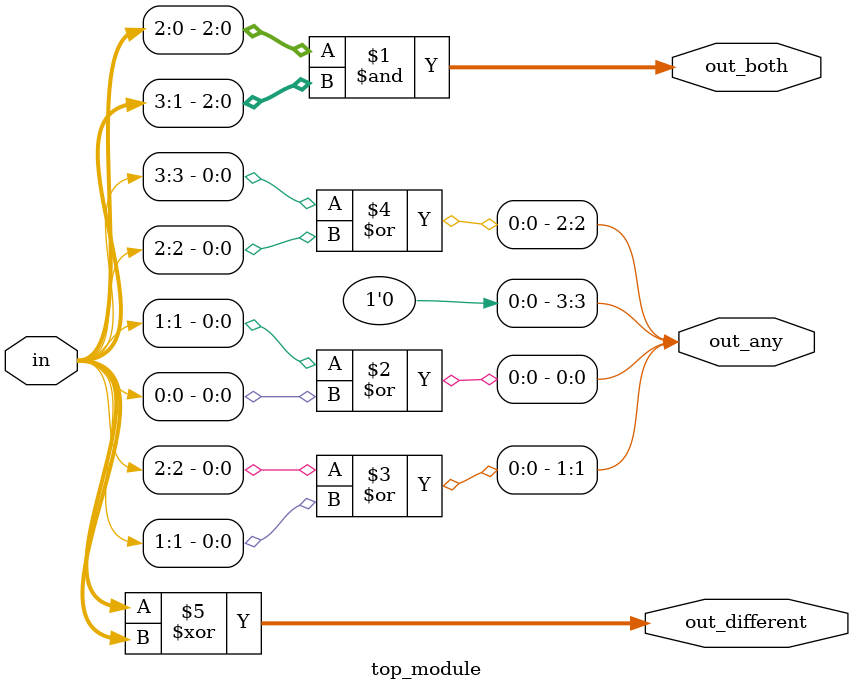
<source format=sv>
module top_module (
    input [3:0] in,
    output [2:0] out_both,
    output [3:0] out_any,
    output [3:0] out_different
);

    assign out_both = in[2:0] & in[3:1];
    assign out_any = {1'b0, in[3] | in[2], in[2] | in[1], in[1] | in[0]};
    assign out_different = in ^ {in[3:1], in[0]};

endmodule

</source>
